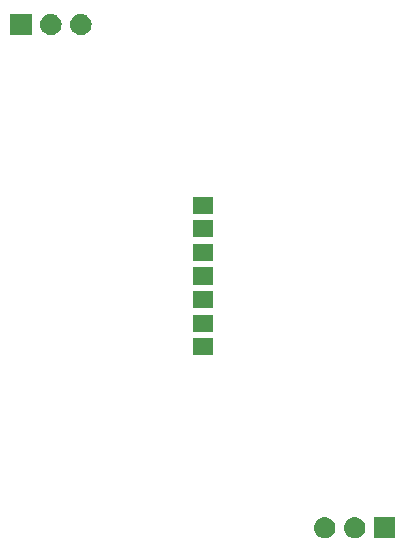
<source format=gbr>
G04 #@! TF.GenerationSoftware,KiCad,Pcbnew,(5.0.1)-4*
G04 #@! TF.CreationDate,2019-02-20T00:24:04+08:00*
G04 #@! TF.ProjectId,Xiaomi2Ali-Smart-Plug-WIFI-Module-Rev.B,5869616F6D6932416C692D536D617274,rev?*
G04 #@! TF.SameCoordinates,Original*
G04 #@! TF.FileFunction,Soldermask,Bot*
G04 #@! TF.FilePolarity,Negative*
%FSLAX46Y46*%
G04 Gerber Fmt 4.6, Leading zero omitted, Abs format (unit mm)*
G04 Created by KiCad (PCBNEW (5.0.1)-4) date 2019/2/20 0:24:04*
%MOMM*%
%LPD*%
G01*
G04 APERTURE LIST*
%ADD10C,0.100000*%
G04 APERTURE END LIST*
D10*
G36*
X153830442Y-113905518D02*
X153896627Y-113912037D01*
X154009853Y-113946384D01*
X154066467Y-113963557D01*
X154205087Y-114037652D01*
X154222991Y-114047222D01*
X154258729Y-114076552D01*
X154360186Y-114159814D01*
X154443448Y-114261271D01*
X154472778Y-114297009D01*
X154472779Y-114297011D01*
X154556443Y-114453533D01*
X154556443Y-114453534D01*
X154607963Y-114623373D01*
X154625359Y-114800000D01*
X154607963Y-114976627D01*
X154573616Y-115089853D01*
X154556443Y-115146467D01*
X154482348Y-115285087D01*
X154472778Y-115302991D01*
X154443448Y-115338729D01*
X154360186Y-115440186D01*
X154258729Y-115523448D01*
X154222991Y-115552778D01*
X154222989Y-115552779D01*
X154066467Y-115636443D01*
X154009853Y-115653616D01*
X153896627Y-115687963D01*
X153830442Y-115694482D01*
X153764260Y-115701000D01*
X153675740Y-115701000D01*
X153609558Y-115694482D01*
X153543373Y-115687963D01*
X153430147Y-115653616D01*
X153373533Y-115636443D01*
X153217011Y-115552779D01*
X153217009Y-115552778D01*
X153181271Y-115523448D01*
X153079814Y-115440186D01*
X152996552Y-115338729D01*
X152967222Y-115302991D01*
X152957652Y-115285087D01*
X152883557Y-115146467D01*
X152866384Y-115089853D01*
X152832037Y-114976627D01*
X152814641Y-114800000D01*
X152832037Y-114623373D01*
X152883557Y-114453534D01*
X152883557Y-114453533D01*
X152967221Y-114297011D01*
X152967222Y-114297009D01*
X152996552Y-114261271D01*
X153079814Y-114159814D01*
X153181271Y-114076552D01*
X153217009Y-114047222D01*
X153234913Y-114037652D01*
X153373533Y-113963557D01*
X153430147Y-113946384D01*
X153543373Y-113912037D01*
X153609558Y-113905518D01*
X153675740Y-113899000D01*
X153764260Y-113899000D01*
X153830442Y-113905518D01*
X153830442Y-113905518D01*
G37*
G36*
X159701000Y-115701000D02*
X157899000Y-115701000D01*
X157899000Y-113899000D01*
X159701000Y-113899000D01*
X159701000Y-115701000D01*
X159701000Y-115701000D01*
G37*
G36*
X156370442Y-113905518D02*
X156436627Y-113912037D01*
X156549853Y-113946384D01*
X156606467Y-113963557D01*
X156745087Y-114037652D01*
X156762991Y-114047222D01*
X156798729Y-114076552D01*
X156900186Y-114159814D01*
X156983448Y-114261271D01*
X157012778Y-114297009D01*
X157012779Y-114297011D01*
X157096443Y-114453533D01*
X157096443Y-114453534D01*
X157147963Y-114623373D01*
X157165359Y-114800000D01*
X157147963Y-114976627D01*
X157113616Y-115089853D01*
X157096443Y-115146467D01*
X157022348Y-115285087D01*
X157012778Y-115302991D01*
X156983448Y-115338729D01*
X156900186Y-115440186D01*
X156798729Y-115523448D01*
X156762991Y-115552778D01*
X156762989Y-115552779D01*
X156606467Y-115636443D01*
X156549853Y-115653616D01*
X156436627Y-115687963D01*
X156370442Y-115694482D01*
X156304260Y-115701000D01*
X156215740Y-115701000D01*
X156149558Y-115694482D01*
X156083373Y-115687963D01*
X155970147Y-115653616D01*
X155913533Y-115636443D01*
X155757011Y-115552779D01*
X155757009Y-115552778D01*
X155721271Y-115523448D01*
X155619814Y-115440186D01*
X155536552Y-115338729D01*
X155507222Y-115302991D01*
X155497652Y-115285087D01*
X155423557Y-115146467D01*
X155406384Y-115089853D01*
X155372037Y-114976627D01*
X155354641Y-114800000D01*
X155372037Y-114623373D01*
X155423557Y-114453534D01*
X155423557Y-114453533D01*
X155507221Y-114297011D01*
X155507222Y-114297009D01*
X155536552Y-114261271D01*
X155619814Y-114159814D01*
X155721271Y-114076552D01*
X155757009Y-114047222D01*
X155774913Y-114037652D01*
X155913533Y-113963557D01*
X155970147Y-113946384D01*
X156083373Y-113912037D01*
X156149558Y-113905518D01*
X156215740Y-113899000D01*
X156304260Y-113899000D01*
X156370442Y-113905518D01*
X156370442Y-113905518D01*
G37*
G36*
X144226000Y-100226000D02*
X142574000Y-100226000D01*
X142574000Y-98774000D01*
X144226000Y-98774000D01*
X144226000Y-100226000D01*
X144226000Y-100226000D01*
G37*
G36*
X144226000Y-98226000D02*
X142574000Y-98226000D01*
X142574000Y-96774000D01*
X144226000Y-96774000D01*
X144226000Y-98226000D01*
X144226000Y-98226000D01*
G37*
G36*
X144226000Y-96226000D02*
X142574000Y-96226000D01*
X142574000Y-94774000D01*
X144226000Y-94774000D01*
X144226000Y-96226000D01*
X144226000Y-96226000D01*
G37*
G36*
X144226000Y-94226000D02*
X142574000Y-94226000D01*
X142574000Y-92774000D01*
X144226000Y-92774000D01*
X144226000Y-94226000D01*
X144226000Y-94226000D01*
G37*
G36*
X144226000Y-92226000D02*
X142574000Y-92226000D01*
X142574000Y-90774000D01*
X144226000Y-90774000D01*
X144226000Y-92226000D01*
X144226000Y-92226000D01*
G37*
G36*
X144226000Y-90226000D02*
X142574000Y-90226000D01*
X142574000Y-88774000D01*
X144226000Y-88774000D01*
X144226000Y-90226000D01*
X144226000Y-90226000D01*
G37*
G36*
X144226000Y-88226000D02*
X142574000Y-88226000D01*
X142574000Y-86774000D01*
X144226000Y-86774000D01*
X144226000Y-88226000D01*
X144226000Y-88226000D01*
G37*
G36*
X128901000Y-73101000D02*
X127099000Y-73101000D01*
X127099000Y-71299000D01*
X128901000Y-71299000D01*
X128901000Y-73101000D01*
X128901000Y-73101000D01*
G37*
G36*
X130650442Y-71305518D02*
X130716627Y-71312037D01*
X130829853Y-71346384D01*
X130886467Y-71363557D01*
X131025087Y-71437652D01*
X131042991Y-71447222D01*
X131078729Y-71476552D01*
X131180186Y-71559814D01*
X131263448Y-71661271D01*
X131292778Y-71697009D01*
X131292779Y-71697011D01*
X131376443Y-71853533D01*
X131376443Y-71853534D01*
X131427963Y-72023373D01*
X131445359Y-72200000D01*
X131427963Y-72376627D01*
X131393616Y-72489853D01*
X131376443Y-72546467D01*
X131302348Y-72685087D01*
X131292778Y-72702991D01*
X131263448Y-72738729D01*
X131180186Y-72840186D01*
X131078729Y-72923448D01*
X131042991Y-72952778D01*
X131042989Y-72952779D01*
X130886467Y-73036443D01*
X130829853Y-73053616D01*
X130716627Y-73087963D01*
X130650442Y-73094482D01*
X130584260Y-73101000D01*
X130495740Y-73101000D01*
X130429558Y-73094482D01*
X130363373Y-73087963D01*
X130250147Y-73053616D01*
X130193533Y-73036443D01*
X130037011Y-72952779D01*
X130037009Y-72952778D01*
X130001271Y-72923448D01*
X129899814Y-72840186D01*
X129816552Y-72738729D01*
X129787222Y-72702991D01*
X129777652Y-72685087D01*
X129703557Y-72546467D01*
X129686384Y-72489853D01*
X129652037Y-72376627D01*
X129634641Y-72200000D01*
X129652037Y-72023373D01*
X129703557Y-71853534D01*
X129703557Y-71853533D01*
X129787221Y-71697011D01*
X129787222Y-71697009D01*
X129816552Y-71661271D01*
X129899814Y-71559814D01*
X130001271Y-71476552D01*
X130037009Y-71447222D01*
X130054913Y-71437652D01*
X130193533Y-71363557D01*
X130250147Y-71346384D01*
X130363373Y-71312037D01*
X130429558Y-71305518D01*
X130495740Y-71299000D01*
X130584260Y-71299000D01*
X130650442Y-71305518D01*
X130650442Y-71305518D01*
G37*
G36*
X133190442Y-71305518D02*
X133256627Y-71312037D01*
X133369853Y-71346384D01*
X133426467Y-71363557D01*
X133565087Y-71437652D01*
X133582991Y-71447222D01*
X133618729Y-71476552D01*
X133720186Y-71559814D01*
X133803448Y-71661271D01*
X133832778Y-71697009D01*
X133832779Y-71697011D01*
X133916443Y-71853533D01*
X133916443Y-71853534D01*
X133967963Y-72023373D01*
X133985359Y-72200000D01*
X133967963Y-72376627D01*
X133933616Y-72489853D01*
X133916443Y-72546467D01*
X133842348Y-72685087D01*
X133832778Y-72702991D01*
X133803448Y-72738729D01*
X133720186Y-72840186D01*
X133618729Y-72923448D01*
X133582991Y-72952778D01*
X133582989Y-72952779D01*
X133426467Y-73036443D01*
X133369853Y-73053616D01*
X133256627Y-73087963D01*
X133190442Y-73094482D01*
X133124260Y-73101000D01*
X133035740Y-73101000D01*
X132969558Y-73094482D01*
X132903373Y-73087963D01*
X132790147Y-73053616D01*
X132733533Y-73036443D01*
X132577011Y-72952779D01*
X132577009Y-72952778D01*
X132541271Y-72923448D01*
X132439814Y-72840186D01*
X132356552Y-72738729D01*
X132327222Y-72702991D01*
X132317652Y-72685087D01*
X132243557Y-72546467D01*
X132226384Y-72489853D01*
X132192037Y-72376627D01*
X132174641Y-72200000D01*
X132192037Y-72023373D01*
X132243557Y-71853534D01*
X132243557Y-71853533D01*
X132327221Y-71697011D01*
X132327222Y-71697009D01*
X132356552Y-71661271D01*
X132439814Y-71559814D01*
X132541271Y-71476552D01*
X132577009Y-71447222D01*
X132594913Y-71437652D01*
X132733533Y-71363557D01*
X132790147Y-71346384D01*
X132903373Y-71312037D01*
X132969558Y-71305518D01*
X133035740Y-71299000D01*
X133124260Y-71299000D01*
X133190442Y-71305518D01*
X133190442Y-71305518D01*
G37*
M02*

</source>
